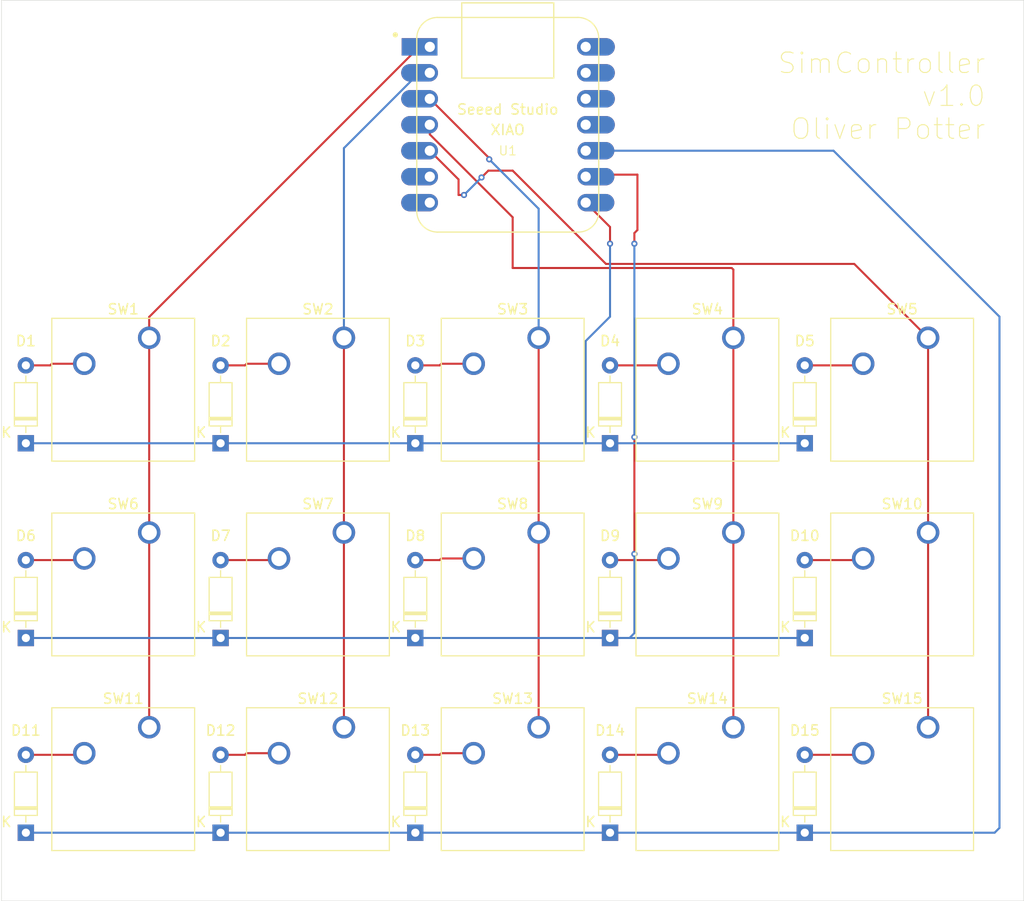
<source format=kicad_pcb>
(kicad_pcb (version 20240108) (generator "pcbnew") (generator_version "8.0")
  (title_block (title "SimController") (date "2024-10-11") (rev "1") (company "Oliver Potter"))
  (layers (0 "F.Cu" signal) (31 "B.Cu" signal) (34 "B.Paste" user) (35 "F.Paste" user) (36 "B.SilkS" user "B.Silkscreen") (37 "F.SilkS" user "F.Silkscreen") (38 "B.Mask" user) (39 "F.Mask" user) (44 "Edge.Cuts" user))
  (net 0 "")
  (net 1 "ROW0")
  (net 2 "Net-(D1-A)")
  (net 3 "Net-(D2-A)")
  (net 4 "Net-(D3-A)")
  (net 5 "Net-(D4-A)")
  (net 6 "Net-(D5-A)")
  (net 7 "ROW1")
  (net 8 "Net-(D6-A)")
  (net 9 "Net-(D7-A)")
  (net 10 "Net-(D8-A)")
  (net 11 "Net-(D9-A)")
  (net 12 "Net-(D10-A)")
  (net 13 "ROW2")
  (net 14 "Net-(D11-A)")
  (net 15 "Net-(D12-A)")
  (net 16 "Net-(D13-A)")
  (net 17 "Net-(D14-A)")
  (net 18 "COL0")
  (net 19 "COL1")
  (net 20 "COL2")
  (net 21 "COL3")
  (net 22 "GND")
  (net 26 "Net-(D15-A)")
  (net 27 "COL4")
  (footprint "Diode_THT:D_DO-35_SOD27_P7.62mm_Horizontal" (layer "F.Cu") (at 163.195 103.02875 90)
    (property "Reference" "D4" (at 10.00125 0 180) (layer "F.SilkS"))
    (property "Value" "1N4148")
    (fp_line (start 5.93 -1.12) (end 1.69 -1.12) (stroke (width 0.12)) (layer "F.SilkS"))
    (fp_line (start 2.53 -1.12) (end 2.53 1.12) (stroke (width 0.12)) (layer "F.SilkS"))
    (fp_line (start 2.41 -1.12) (end 2.41 1.12) (stroke (width 0.12)) (layer "F.SilkS"))
    (fp_line (start 2.29 -1.12) (end 2.29 1.12) (stroke (width 0.12)) (layer "F.SilkS"))
    (fp_line (start 1.69 -1.12) (end 1.69 1.12) (stroke (width 0.12)) (layer "F.SilkS"))
    (fp_line (start 6.58 0) (end 5.93 0) (stroke (width 0.12)) (layer "F.SilkS"))
    (fp_line (start 1.04 0) (end 1.69 0) (stroke (width 0.12)) (layer "F.SilkS"))
    (fp_line (start 5.93 1.12) (end 5.93 -1.12) (stroke (width 0.12)) (layer "F.SilkS"))
    (fp_line (start 1.69 1.12) (end 5.93 1.12) (stroke (width 0.12)) (layer "F.SilkS"))
    (fp_text user "K" (at 1.0575 -1.905 180) (layer "F.SilkS"))
    (pad "1" thru_hole rect (at 0 0 90) (size 1.6 1.6) (drill 0.8) (layers "*.Cu" "*.Mask") (net 1 "ROW0"))
    (pad "2" thru_hole oval (at 7.62 0 90) (size 1.6 1.6) (drill 0.8) (layers "*.Cu" "*.Mask") (net 5 "Net-(D4-A)"))
  )
  (footprint "Button_Switch_Keyboard:SW_Cherry_MX_1.00u_PCB" (layer "F.Cu") (at 194.31 111.76)
    (property "Reference" "SW10" (at -2.54 -2.794 0) (layer "F.SilkS"))
    (property "Value" "SW_Push")
    (fp_line (start -9.525 -1.905) (end 4.445 -1.905) (stroke (width 0.12)) (layer "F.SilkS"))
    (fp_line (start -9.525 12.065) (end -9.525 -1.905) (stroke (width 0.12)) (layer "F.SilkS"))
    (fp_line (start 4.445 -1.905) (end 4.445 12.065) (stroke (width 0.12)) (layer "F.SilkS"))
    (fp_line (start 4.445 12.065) (end -9.525 12.065) (stroke (width 0.12)) (layer "F.SilkS"))
    (pad "" np_thru_hole circle (at -7.62 5.08) (size 1.7 1.7) (drill 1.7) (layers "*.Cu" "*.Mask"))
    (pad "" np_thru_hole circle (at -2.54 5.08) (size 4 4) (drill 4) (layers "*.Cu" "*.Mask"))
    (pad "" np_thru_hole circle (at 2.54 5.08) (size 1.7 1.7) (drill 1.7) (layers "*.Cu" "*.Mask"))
    (pad "1" thru_hole circle (at 0 0) (size 2.2 2.2) (drill 1.5) (layers "*.Cu" "*.Mask") (net 27 "COL4"))
    (pad "2" thru_hole circle (at -6.35 2.54) (size 2.2 2.2) (drill 1.5) (layers "*.Cu" "*.Mask") (net 12 "Net-(D10-A)"))
  )
  (footprint "Button_Switch_Keyboard:SW_Cherry_MX_1.00u_PCB" (layer "F.Cu") (at 137.16 130.81)
    (property "Reference" "SW12" (at -2.54 -2.794 0) (layer "F.SilkS"))
    (property "Value" "SW_Push")
    (fp_line (start -9.525 -1.905) (end 4.445 -1.905) (stroke (width 0.12)) (layer "F.SilkS"))
    (fp_line (start -9.525 12.065) (end -9.525 -1.905) (stroke (width 0.12)) (layer "F.SilkS"))
    (fp_line (start 4.445 -1.905) (end 4.445 12.065) (stroke (width 0.12)) (layer "F.SilkS"))
    (fp_line (start 4.445 12.065) (end -9.525 12.065) (stroke (width 0.12)) (layer "F.SilkS"))
    (pad "" np_thru_hole circle (at -7.62 5.08) (size 1.7 1.7) (drill 1.7) (layers "*.Cu" "*.Mask"))
    (pad "" np_thru_hole circle (at -2.54 5.08) (size 4 4) (drill 4) (layers "*.Cu" "*.Mask"))
    (pad "" np_thru_hole circle (at 2.54 5.08) (size 1.7 1.7) (drill 1.7) (layers "*.Cu" "*.Mask"))
    (pad "1" thru_hole circle (at 0 0) (size 2.2 2.2) (drill 1.5) (layers "*.Cu" "*.Mask") (net 19 "COL1"))
    (pad "2" thru_hole circle (at -6.35 2.54) (size 2.2 2.2) (drill 1.5) (layers "*.Cu" "*.Mask") (net 15 "Net-(D12-A)"))
  )
  (footprint "Button_Switch_Keyboard:SW_Cherry_MX_1.00u_PCB" (layer "F.Cu") (at 118.11 130.81)
    (property "Reference" "SW11" (at -2.54 -2.794 0) (layer "F.SilkS"))
    (property "Value" "SW_Push")
    (fp_line (start -9.525 -1.905) (end 4.445 -1.905) (stroke (width 0.12)) (layer "F.SilkS"))
    (fp_line (start -9.525 12.065) (end -9.525 -1.905) (stroke (width 0.12)) (layer "F.SilkS"))
    (fp_line (start 4.445 -1.905) (end 4.445 12.065) (stroke (width 0.12)) (layer "F.SilkS"))
    (fp_line (start 4.445 12.065) (end -9.525 12.065) (stroke (width 0.12)) (layer "F.SilkS"))
    (pad "" np_thru_hole circle (at -7.62 5.08) (size 1.7 1.7) (drill 1.7) (layers "*.Cu" "*.Mask"))
    (pad "" np_thru_hole circle (at -2.54 5.08) (size 4 4) (drill 4) (layers "*.Cu" "*.Mask"))
    (pad "" np_thru_hole circle (at 2.54 5.08) (size 1.7 1.7) (drill 1.7) (layers "*.Cu" "*.Mask"))
    (pad "1" thru_hole circle (at 0 0) (size 2.2 2.2) (drill 1.5) (layers "*.Cu" "*.Mask") (net 18 "COL0"))
    (pad "2" thru_hole circle (at -6.35 2.54) (size 2.2 2.2) (drill 1.5) (layers "*.Cu" "*.Mask") (net 14 "Net-(D11-A)"))
  )
  (footprint "Button_Switch_Keyboard:SW_Cherry_MX_1.00u_PCB" (layer "F.Cu") (at 118.11 92.71)
    (property "Reference" "SW1" (at -2.54 -2.794 0) (layer "F.SilkS"))
    (property "Value" "SW_Push")
    (fp_line (start -9.525 -1.905) (end 4.445 -1.905) (stroke (width 0.12)) (layer "F.SilkS"))
    (fp_line (start -9.525 12.065) (end -9.525 -1.905) (stroke (width 0.12)) (layer "F.SilkS"))
    (fp_line (start 4.445 -1.905) (end 4.445 12.065) (stroke (width 0.12)) (layer "F.SilkS"))
    (fp_line (start 4.445 12.065) (end -9.525 12.065) (stroke (width 0.12)) (layer "F.SilkS"))
    (pad "" np_thru_hole circle (at -7.62 5.08) (size 1.7 1.7) (drill 1.7) (layers "*.Cu" "*.Mask"))
    (pad "" np_thru_hole circle (at -2.54 5.08) (size 4 4) (drill 4) (layers "*.Cu" "*.Mask"))
    (pad "" np_thru_hole circle (at 2.54 5.08) (size 1.7 1.7) (drill 1.7) (layers "*.Cu" "*.Mask"))
    (pad "1" thru_hole circle (at 0 0) (size 2.2 2.2) (drill 1.5) (layers "*.Cu" "*.Mask") (net 18 "COL0"))
    (pad "2" thru_hole circle (at -6.35 2.54) (size 2.2 2.2) (drill 1.5) (layers "*.Cu" "*.Mask") (net 2 "Net-(D1-A)"))
  )
  (footprint "footprints:XIAO-Generic-Hybrid-14P-2.54-21X17.8MM" (layer "F.Cu") (at 153.18875 71.87)
    (property "Reference" "U1" (at 0 2.54 0) (layer "F.SilkS") (effects (font (size 0.889 0.889) (thickness 0.1016))))
    (property "Value" "MOUDLE-SEEEDUINO-XIAO" (hide yes))
    (fp_line (start -8.9 -8.5) (end -8.9 8.5) (stroke (width 0.127)) (layer "F.SilkS"))
    (fp_line (start -6.9 10.5) (end 6.9 10.5) (stroke (width 0.127)) (layer "F.SilkS"))
    (fp_line (start -4.5 -11.92403) (end 4.5 -11.92403) (stroke (width 0.127)) (layer "F.SilkS"))
    (fp_line (start -4.5 -4.57073) (end -4.5 -11.92403) (stroke (width 0.127)) (layer "F.SilkS"))
    (fp_line (start 4.5 -11.92403) (end 4.5 -4.57073) (stroke (width 0.127)) (layer "F.SilkS"))
    (fp_line (start 4.5 -4.57073) (end -4.5 -4.57073) (stroke (width 0.127)) (layer "F.SilkS"))
    (fp_line (start 6.9 -10.49909) (end -6.9 -10.49909) (stroke (width 0.127)) (layer "F.SilkS"))
    (fp_line (start 8.9 8.5) (end 8.9 -8.5) (stroke (width 0.127)) (layer "F.SilkS"))
    (fp_arc (start -8.9 -8.5) (mid -8.301491 -9.901491) (end -6.9 -10.5) (stroke (width 0.12)) (layer "F.SilkS"))
    (fp_arc (start -6.9 10.5) (mid -8.301423 9.901423) (end -8.9 8.5) (stroke (width 0.12)) (layer "F.SilkS"))
    (fp_arc (start 6.9 -10.5) (mid 8.301494 -9.901494) (end 8.9 -8.5) (stroke (width 0.12)) (layer "F.SilkS"))
    (fp_arc (start 8.9 8.5) (mid 8.314214 9.914214) (end 6.9 10.5) (stroke (width 0.12)) (layer "F.SilkS"))
    (fp_circle (center -11 -8.8) (end -11 -9.054) (fill solid) (layer "F.SilkS"))
    (fp_poly (pts (xy -8.887715 -8.561705) (xy -8.884667 -8.610473) (xy -8.880603 -8.659494)) (stroke (width 0.0254)) (fill none) (layer "F.SilkS"))
    (fp_poly (pts (xy 8.889492 8.521574) (xy 8.887713 8.57085) (xy 8.884665 8.619618) (xy 8.880601 8.668639) (xy 8.875268 8.717407) (xy 8.868664 8.766175) (xy 8.861044 8.81469) (xy 8.852153 8.86295) (xy 8.842248 8.910955)) (stroke (width 0.0254)) (fill none) (layer "F.SilkS"))
    (fp_text user "XIAO" (at 0 0.5 0) (layer "F.SilkS"))
    (fp_text user "Seeed Studio" (at 0 -1.5 0) (layer "F.SilkS"))
    (pad "1" thru_hole rect (at -7.625 -7.62) (size 3.5 1.7) (drill 1 (offset -1 0)) (layers "*.Cu" "*.Mask") (net 18 "COL0"))
    (pad "2" thru_hole oval (at -7.625 -5.08) (size 3.6 1.7) (drill 1 (offset -1 0)) (layers "*.Cu" "*.Mask") (net 19 "COL1"))
    (pad "3" thru_hole oval (at -7.625 -2.54) (size 3.6 1.7) (drill 1 (offset -1 0)) (layers "*.Cu" "*.Mask") (net 20 "COL2"))
    (pad "4" thru_hole oval (at -7.625 0) (size 3.6 1.7) (drill 1 (offset -1 0)) (layers "*.Cu" "*.Mask") (net 21 "COL3"))
    (pad "5" thru_hole oval (at -7.625 2.54) (size 3.6 1.7) (drill 1 (offset -1 0)) (layers "*.Cu" "*.Mask") (net 27 "COL4"))
    (pad "6" thru_hole oval (at -7.625 5.08 180) (size 3.6 1.7) (drill 1 (offset 1 0)) (layers "*.Cu" "*.Mask"))
    (pad "7" thru_hole oval (at -7.625 7.62) (size 3.6 1.7) (drill 1 (offset -1 0)) (layers "*.Cu" "*.Mask"))
    (pad "8" thru_hole oval (at 7.625 7.62) (size 3.6 1.7) (drill 1 (offset 1 0)) (layers "*.Cu" "*.Mask") (net 1 "ROW0"))
    (pad "9" thru_hole oval (at 7.625 5.08) (size 3.6 1.7) (drill 1 (offset 1 0)) (layers "*.Cu" "*.Mask") (net 7 "ROW1"))
    (pad "10" thru_hole oval (at 7.625 2.54) (size 3.6 1.7) (drill 1 (offset 1 0)) (layers "*.Cu" "*.Mask") (net 13 "ROW2"))
    (pad "11" thru_hole oval (at 7.625 0) (size 3.7 1.7) (drill 1 (offset 1 0)) (layers "*.Cu" "*.Mask"))
    (pad "12" thru_hole oval (at 7.625 -2.54) (size 3.7 1.7) (drill 1 (offset 1 0)) (layers "*.Cu" "*.Mask"))
    (pad "13" thru_hole oval (at 7.625 -5.08) (size 3.7 1.7) (drill 1 (offset 1 0)) (layers "*.Cu" "*.Mask") (net 22 "GND"))
    (pad "14" thru_hole oval (at 7.625 -7.62) (size 3.7 1.7) (drill 1 (offset 1 0)) (layers "*.Cu" "*.Mask"))
  )
  (footprint "Diode_THT:D_DO-35_SOD27_P7.62mm_Horizontal" (layer "F.Cu") (at 144.145 122.07875 90)
    (property "Reference" "D8" (at 10.00125 0 180) (layer "F.SilkS"))
    (property "Value" "1N4148")
    (fp_line (start 5.93 -1.12) (end 1.69 -1.12) (stroke (width 0.12)) (layer "F.SilkS"))
    (fp_line (start 2.53 -1.12) (end 2.53 1.12) (stroke (width 0.12)) (layer "F.SilkS"))
    (fp_line (start 2.41 -1.12) (end 2.41 1.12) (stroke (width 0.12)) (layer "F.SilkS"))
    (fp_line (start 2.29 -1.12) (end 2.29 1.12) (stroke (width 0.12)) (layer "F.SilkS"))
    (fp_line (start 1.69 -1.12) (end 1.69 1.12) (stroke (width 0.12)) (layer "F.SilkS"))
    (fp_line (start 6.58 0) (end 5.93 0) (stroke (width 0.12)) (layer "F.SilkS"))
    (fp_line (start 1.04 0) (end 1.69 0) (stroke (width 0.12)) (layer "F.SilkS"))
    (fp_line (start 5.93 1.12) (end 5.93 -1.12) (stroke (width 0.12)) (layer "F.SilkS"))
    (fp_line (start 1.69 1.12) (end 5.93 1.12) (stroke (width 0.12)) (layer "F.SilkS"))
    (fp_text user "K" (at 1.0575 -1.905 180) (layer "F.SilkS"))
    (pad "1" thru_hole rect (at 0 0 90) (size 1.6 1.6) (drill 0.8) (layers "*.Cu" "*.Mask") (net 7 "ROW1"))
    (pad "2" thru_hole oval (at 7.62 0 90) (size 1.6 1.6) (drill 0.8) (layers "*.Cu" "*.Mask") (net 10 "Net-(D8-A)"))
  )
  (footprint "Diode_THT:D_DO-35_SOD27_P7.62mm_Horizontal" (layer "F.Cu") (at 182.245 122.07875 90)
    (property "Reference" "D10" (at 10.00125 0 180) (layer "F.SilkS"))
    (property "Value" "1N4148")
    (fp_line (start 5.93 -1.12) (end 1.69 -1.12) (stroke (width 0.12)) (layer "F.SilkS"))
    (fp_line (start 2.53 -1.12) (end 2.53 1.12) (stroke (width 0.12)) (layer "F.SilkS"))
    (fp_line (start 2.41 -1.12) (end 2.41 1.12) (stroke (width 0.12)) (layer "F.SilkS"))
    (fp_line (start 2.29 -1.12) (end 2.29 1.12) (stroke (width 0.12)) (layer "F.SilkS"))
    (fp_line (start 1.69 -1.12) (end 1.69 1.12) (stroke (width 0.12)) (layer "F.SilkS"))
    (fp_line (start 6.58 0) (end 5.93 0) (stroke (width 0.12)) (layer "F.SilkS"))
    (fp_line (start 1.04 0) (end 1.69 0) (stroke (width 0.12)) (layer "F.SilkS"))
    (fp_line (start 5.93 1.12) (end 5.93 -1.12) (stroke (width 0.12)) (layer "F.SilkS"))
    (fp_line (start 1.69 1.12) (end 5.93 1.12) (stroke (width 0.12)) (layer "F.SilkS"))
    (fp_text user "K" (at 1.0575 -1.905 180) (layer "F.SilkS"))
    (pad "1" thru_hole rect (at 0 0 90) (size 1.6 1.6) (drill 0.8) (layers "*.Cu" "*.Mask") (net 7 "ROW1"))
    (pad "2" thru_hole oval (at 7.62 0 90) (size 1.6 1.6) (drill 0.8) (layers "*.Cu" "*.Mask") (net 12 "Net-(D10-A)"))
  )
  (footprint "Diode_THT:D_DO-35_SOD27_P7.62mm_Horizontal" (layer "F.Cu") (at 125.095 103.02875 90)
    (property "Reference" "D2" (at 10.00125 0 180) (layer "F.SilkS"))
    (property "Value" "1N4148")
    (fp_line (start 5.93 -1.12) (end 1.69 -1.12) (stroke (width 0.12)) (layer "F.SilkS"))
    (fp_line (start 2.53 -1.12) (end 2.53 1.12) (stroke (width 0.12)) (layer "F.SilkS"))
    (fp_line (start 2.41 -1.12) (end 2.41 1.12) (stroke (width 0.12)) (layer "F.SilkS"))
    (fp_line (start 2.29 -1.12) (end 2.29 1.12) (stroke (width 0.12)) (layer "F.SilkS"))
    (fp_line (start 1.69 -1.12) (end 1.69 1.12) (stroke (width 0.12)) (layer "F.SilkS"))
    (fp_line (start 6.58 0) (end 5.93 0) (stroke (width 0.12)) (layer "F.SilkS"))
    (fp_line (start 1.04 0) (end 1.69 0) (stroke (width 0.12)) (layer "F.SilkS"))
    (fp_line (start 5.93 1.12) (end 5.93 -1.12) (stroke (width 0.12)) (layer "F.SilkS"))
    (fp_line (start 1.69 1.12) (end 5.93 1.12) (stroke (width 0.12)) (layer "F.SilkS"))
    (fp_text user "K" (at 1.0575 -1.905 180) (layer "F.SilkS"))
    (pad "1" thru_hole rect (at 0 0 90) (size 1.6 1.6) (drill 0.8) (layers "*.Cu" "*.Mask") (net 1 "ROW0"))
    (pad "2" thru_hole oval (at 7.62 0 90) (size 1.6 1.6) (drill 0.8) (layers "*.Cu" "*.Mask") (net 3 "Net-(D2-A)"))
  )
  (footprint "Button_Switch_Keyboard:SW_Cherry_MX_1.00u_PCB" (layer "F.Cu") (at 118.11 111.76)
    (property "Reference" "SW6" (at -2.54 -2.794 0) (layer "F.SilkS"))
    (property "Value" "SW_Push")
    (fp_line (start -9.525 -1.905) (end 4.445 -1.905) (stroke (width 0.12)) (layer "F.SilkS"))
    (fp_line (start -9.525 12.065) (end -9.525 -1.905) (stroke (width 0.12)) (layer "F.SilkS"))
    (fp_line (start 4.445 -1.905) (end 4.445 12.065) (stroke (width 0.12)) (layer "F.SilkS"))
    (fp_line (start 4.445 12.065) (end -9.525 12.065) (stroke (width 0.12)) (layer "F.SilkS"))
    (pad "" np_thru_hole circle (at -7.62 5.08) (size 1.7 1.7) (drill 1.7) (layers "*.Cu" "*.Mask"))
    (pad "" np_thru_hole circle (at -2.54 5.08) (size 4 4) (drill 4) (layers "*.Cu" "*.Mask"))
    (pad "" np_thru_hole circle (at 2.54 5.08) (size 1.7 1.7) (drill 1.7) (layers "*.Cu" "*.Mask"))
    (pad "1" thru_hole circle (at 0 0) (size 2.2 2.2) (drill 1.5) (layers "*.Cu" "*.Mask") (net 18 "COL0"))
    (pad "2" thru_hole circle (at -6.35 2.54) (size 2.2 2.2) (drill 1.5) (layers "*.Cu" "*.Mask") (net 8 "Net-(D6-A)"))
  )
  (footprint "Diode_THT:D_DO-35_SOD27_P7.62mm_Horizontal" (layer "F.Cu") (at 106.045 122.07875 90)
    (property "Reference" "D6" (at 10.00125 0 180) (layer "F.SilkS"))
    (property "Value" "1N4148")
    (fp_line (start 5.93 -1.12) (end 1.69 -1.12) (stroke (width 0.12)) (layer "F.SilkS"))
    (fp_line (start 2.53 -1.12) (end 2.53 1.12) (stroke (width 0.12)) (layer "F.SilkS"))
    (fp_line (start 2.41 -1.12) (end 2.41 1.12) (stroke (width 0.12)) (layer "F.SilkS"))
    (fp_line (start 2.29 -1.12) (end 2.29 1.12) (stroke (width 0.12)) (layer "F.SilkS"))
    (fp_line (start 1.69 -1.12) (end 1.69 1.12) (stroke (width 0.12)) (layer "F.SilkS"))
    (fp_line (start 6.58 0) (end 5.93 0) (stroke (width 0.12)) (layer "F.SilkS"))
    (fp_line (start 1.04 0) (end 1.69 0) (stroke (width 0.12)) (layer "F.SilkS"))
    (fp_line (start 5.93 1.12) (end 5.93 -1.12) (stroke (width 0.12)) (layer "F.SilkS"))
    (fp_line (start 1.69 1.12) (end 5.93 1.12) (stroke (width 0.12)) (layer "F.SilkS"))
    (fp_text user "K" (at 1.0575 -1.905 180) (layer "F.SilkS"))
    (pad "1" thru_hole rect (at 0 0 90) (size 1.6 1.6) (drill 0.8) (layers "*.Cu" "*.Mask") (net 7 "ROW1"))
    (pad "2" thru_hole oval (at 7.62 0 90) (size 1.6 1.6) (drill 0.8) (layers "*.Cu" "*.Mask") (net 8 "Net-(D6-A)"))
  )
  (footprint "Button_Switch_Keyboard:SW_Cherry_MX_1.00u_PCB" (layer "F.Cu") (at 137.16 92.71)
    (property "Reference" "SW2" (at -2.54 -2.794 0) (layer "F.SilkS"))
    (property "Value" "SW_Push")
    (fp_line (start -9.525 -1.905) (end 4.445 -1.905) (stroke (width 0.12)) (layer "F.SilkS"))
    (fp_line (start -9.525 12.065) (end -9.525 -1.905) (stroke (width 0.12)) (layer "F.SilkS"))
    (fp_line (start 4.445 -1.905) (end 4.445 12.065) (stroke (width 0.12)) (layer "F.SilkS"))
    (fp_line (start 4.445 12.065) (end -9.525 12.065) (stroke (width 0.12)) (layer "F.SilkS"))
    (pad "" np_thru_hole circle (at -7.62 5.08) (size 1.7 1.7) (drill 1.7) (layers "*.Cu" "*.Mask"))
    (pad "" np_thru_hole circle (at -2.54 5.08) (size 4 4) (drill 4) (layers "*.Cu" "*.Mask"))
    (pad "" np_thru_hole circle (at 2.54 5.08) (size 1.7 1.7) (drill 1.7) (layers "*.Cu" "*.Mask"))
    (pad "1" thru_hole circle (at 0 0) (size 2.2 2.2) (drill 1.5) (layers "*.Cu" "*.Mask") (net 19 "COL1"))
    (pad "2" thru_hole circle (at -6.35 2.54) (size 2.2 2.2) (drill 1.5) (layers "*.Cu" "*.Mask") (net 3 "Net-(D2-A)"))
  )
  (footprint "Diode_THT:D_DO-35_SOD27_P7.62mm_Horizontal" (layer "F.Cu") (at 144.145 103.02875 90)
    (property "Reference" "D3" (at 10.00125 0 180) (layer "F.SilkS"))
    (property "Value" "1N4148")
    (fp_line (start 5.93 -1.12) (end 1.69 -1.12) (stroke (width 0.12)) (layer "F.SilkS"))
    (fp_line (start 2.53 -1.12) (end 2.53 1.12) (stroke (width 0.12)) (layer "F.SilkS"))
    (fp_line (start 2.41 -1.12) (end 2.41 1.12) (stroke (width 0.12)) (layer "F.SilkS"))
    (fp_line (start 2.29 -1.12) (end 2.29 1.12) (stroke (width 0.12)) (layer "F.SilkS"))
    (fp_line (start 1.69 -1.12) (end 1.69 1.12) (stroke (width 0.12)) (layer "F.SilkS"))
    (fp_line (start 6.58 0) (end 5.93 0) (stroke (width 0.12)) (layer "F.SilkS"))
    (fp_line (start 1.04 0) (end 1.69 0) (stroke (width 0.12)) (layer "F.SilkS"))
    (fp_line (start 5.93 1.12) (end 5.93 -1.12) (stroke (width 0.12)) (layer "F.SilkS"))
    (fp_line (start 1.69 1.12) (end 5.93 1.12) (stroke (width 0.12)) (layer "F.SilkS"))
    (fp_text user "K" (at 1.0575 -1.905 180) (layer "F.SilkS"))
    (pad "1" thru_hole rect (at 0 0 90) (size 1.6 1.6) (drill 0.8) (layers "*.Cu" "*.Mask") (net 1 "ROW0"))
    (pad "2" thru_hole oval (at 7.62 0 90) (size 1.6 1.6) (drill 0.8) (layers "*.Cu" "*.Mask") (net 4 "Net-(D3-A)"))
  )
  (footprint "Button_Switch_Keyboard:SW_Cherry_MX_1.00u_PCB" (layer "F.Cu") (at 194.31 92.71)
    (property "Reference" "SW5" (at -2.54 -2.794 0) (layer "F.SilkS"))
    (property "Value" "SW_Push")
    (fp_line (start -9.525 -1.905) (end 4.445 -1.905) (stroke (width 0.12)) (layer "F.SilkS"))
    (fp_line (start -9.525 12.065) (end -9.525 -1.905) (stroke (width 0.12)) (layer "F.SilkS"))
    (fp_line (start 4.445 -1.905) (end 4.445 12.065) (stroke (width 0.12)) (layer "F.SilkS"))
    (fp_line (start 4.445 12.065) (end -9.525 12.065) (stroke (width 0.12)) (layer "F.SilkS"))
    (pad "" np_thru_hole circle (at -7.62 5.08) (size 1.7 1.7) (drill 1.7) (layers "*.Cu" "*.Mask"))
    (pad "" np_thru_hole circle (at -2.54 5.08) (size 4 4) (drill 4) (layers "*.Cu" "*.Mask"))
    (pad "" np_thru_hole circle (at 2.54 5.08) (size 1.7 1.7) (drill 1.7) (layers "*.Cu" "*.Mask"))
    (pad "1" thru_hole circle (at 0 0) (size 2.2 2.2) (drill 1.5) (layers "*.Cu" "*.Mask") (net 27 "COL4"))
    (pad "2" thru_hole circle (at -6.35 2.54) (size 2.2 2.2) (drill 1.5) (layers "*.Cu" "*.Mask") (net 6 "Net-(D5-A)"))
  )
  (footprint "Button_Switch_Keyboard:SW_Cherry_MX_1.00u_PCB" (layer "F.Cu") (at 175.26 111.76)
    (property "Reference" "SW9" (at -2.54 -2.794 0) (layer "F.SilkS"))
    (property "Value" "SW_Push")
    (fp_line (start -9.525 -1.905) (end 4.445 -1.905) (stroke (width 0.12)) (layer "F.SilkS"))
    (fp_line (start -9.525 12.065) (end -9.525 -1.905) (stroke (width 0.12)) (layer "F.SilkS"))
    (fp_line (start 4.445 -1.905) (end 4.445 12.065) (stroke (width 0.12)) (layer "F.SilkS"))
    (fp_line (start 4.445 12.065) (end -9.525 12.065) (stroke (width 0.12)) (layer "F.SilkS"))
    (pad "" np_thru_hole circle (at -7.62 5.08) (size 1.7 1.7) (drill 1.7) (layers "*.Cu" "*.Mask"))
    (pad "" np_thru_hole circle (at -2.54 5.08) (size 4 4) (drill 4) (layers "*.Cu" "*.Mask"))
    (pad "" np_thru_hole circle (at 2.54 5.08) (size 1.7 1.7) (drill 1.7) (layers "*.Cu" "*.Mask"))
    (pad "1" thru_hole circle (at 0 0) (size 2.2 2.2) (drill 1.5) (layers "*.Cu" "*.Mask") (net 21 "COL3"))
    (pad "2" thru_hole circle (at -6.35 2.54) (size 2.2 2.2) (drill 1.5) (layers "*.Cu" "*.Mask") (net 11 "Net-(D9-A)"))
  )
  (footprint "Button_Switch_Keyboard:SW_Cherry_MX_1.00u_PCB" (layer "F.Cu") (at 137.16 111.76)
    (property "Reference" "SW7" (at -2.54 -2.794 0) (layer "F.SilkS"))
    (property "Value" "SW_Push")
    (fp_line (start -9.525 -1.905) (end 4.445 -1.905) (stroke (width 0.12)) (layer "F.SilkS"))
    (fp_line (start -9.525 12.065) (end -9.525 -1.905) (stroke (width 0.12)) (layer "F.SilkS"))
    (fp_line (start 4.445 -1.905) (end 4.445 12.065) (stroke (width 0.12)) (layer "F.SilkS"))
    (fp_line (start 4.445 12.065) (end -9.525 12.065) (stroke (width 0.12)) (layer "F.SilkS"))
    (pad "" np_thru_hole circle (at -7.62 5.08) (size 1.7 1.7) (drill 1.7) (layers "*.Cu" "*.Mask"))
    (pad "" np_thru_hole circle (at -2.54 5.08) (size 4 4) (drill 4) (layers "*.Cu" "*.Mask"))
    (pad "" np_thru_hole circle (at 2.54 5.08) (size 1.7 1.7) (drill 1.7) (layers "*.Cu" "*.Mask"))
    (pad "1" thru_hole circle (at 0 0) (size 2.2 2.2) (drill 1.5) (layers "*.Cu" "*.Mask") (net 19 "COL1"))
    (pad "2" thru_hole circle (at -6.35 2.54) (size 2.2 2.2) (drill 1.5) (layers "*.Cu" "*.Mask") (net 9 "Net-(D7-A)"))
  )
  (footprint "Button_Switch_Keyboard:SW_Cherry_MX_1.00u_PCB" (layer "F.Cu") (at 194.31 130.81)
    (property "Reference" "SW15" (at -2.54 -2.794 0) (layer "F.SilkS"))
    (property "Value" "SW_Push")
    (fp_line (start -9.525 -1.905) (end 4.445 -1.905) (stroke (width 0.12)) (layer "F.SilkS"))
    (fp_line (start -9.525 12.065) (end -9.525 -1.905) (stroke (width 0.12)) (layer "F.SilkS"))
    (fp_line (start 4.445 -1.905) (end 4.445 12.065) (stroke (width 0.12)) (layer "F.SilkS"))
    (fp_line (start 4.445 12.065) (end -9.525 12.065) (stroke (width 0.12)) (layer "F.SilkS"))
    (pad "" np_thru_hole circle (at -7.62 5.08) (size 1.7 1.7) (drill 1.7) (layers "*.Cu" "*.Mask"))
    (pad "" np_thru_hole circle (at -2.54 5.08) (size 4 4) (drill 4) (layers "*.Cu" "*.Mask"))
    (pad "" np_thru_hole circle (at 2.54 5.08) (size 1.7 1.7) (drill 1.7) (layers "*.Cu" "*.Mask"))
    (pad "1" thru_hole circle (at 0 0) (size 2.2 2.2) (drill 1.5) (layers "*.Cu" "*.Mask") (net 27 "COL4"))
    (pad "2" thru_hole circle (at -6.35 2.54) (size 2.2 2.2) (drill 1.5) (layers "*.Cu" "*.Mask") (net 26 "Net-(D15-A)"))
  )
  (footprint "Button_Switch_Keyboard:SW_Cherry_MX_1.00u_PCB" (layer "F.Cu") (at 156.21 111.76)
    (property "Reference" "SW8" (at -2.54 -2.794 0) (layer "F.SilkS"))
    (property "Value" "SW_Push")
    (fp_line (start -9.525 -1.905) (end 4.445 -1.905) (stroke (width 0.12)) (layer "F.SilkS"))
    (fp_line (start -9.525 12.065) (end -9.525 -1.905) (stroke (width 0.12)) (layer "F.SilkS"))
    (fp_line (start 4.445 -1.905) (end 4.445 12.065) (stroke (width 0.12)) (layer "F.SilkS"))
    (fp_line (start 4.445 12.065) (end -9.525 12.065) (stroke (width 0.12)) (layer "F.SilkS"))
    (pad "" np_thru_hole circle (at -7.62 5.08) (size 1.7 1.7) (drill 1.7) (layers "*.Cu" "*.Mask"))
    (pad "" np_thru_hole circle (at -2.54 5.08) (size 4 4) (drill 4) (layers "*.Cu" "*.Mask"))
    (pad "" np_thru_hole circle (at 2.54 5.08) (size 1.7 1.7) (drill 1.7) (layers "*.Cu" "*.Mask"))
    (pad "1" thru_hole circle (at 0 0) (size 2.2 2.2) (drill 1.5) (layers "*.Cu" "*.Mask") (net 20 "COL2"))
    (pad "2" thru_hole circle (at -6.35 2.54) (size 2.2 2.2) (drill 1.5) (layers "*.Cu" "*.Mask") (net 10 "Net-(D8-A)"))
  )
  (footprint "Button_Switch_Keyboard:SW_Cherry_MX_1.00u_PCB" (layer "F.Cu") (at 175.26 130.81)
    (property "Reference" "SW14" (at -2.54 -2.794 0) (layer "F.SilkS"))
    (property "Value" "SW_Push")
    (fp_line (start -9.525 -1.905) (end 4.445 -1.905) (stroke (width 0.12)) (layer "F.SilkS"))
    (fp_line (start -9.525 12.065) (end -9.525 -1.905) (stroke (width 0.12)) (layer "F.SilkS"))
    (fp_line (start 4.445 -1.905) (end 4.445 12.065) (stroke (width 0.12)) (layer "F.SilkS"))
    (fp_line (start 4.445 12.065) (end -9.525 12.065) (stroke (width 0.12)) (layer "F.SilkS"))
    (pad "" np_thru_hole circle (at -7.62 5.08) (size 1.7 1.7) (drill 1.7) (layers "*.Cu" "*.Mask"))
    (pad "" np_thru_hole circle (at -2.54 5.08) (size 4 4) (drill 4) (layers "*.Cu" "*.Mask"))
    (pad "" np_thru_hole circle (at 2.54 5.08) (size 1.7 1.7) (drill 1.7) (layers "*.Cu" "*.Mask"))
    (pad "1" thru_hole circle (at 0 0) (size 2.2 2.2) (drill 1.5) (layers "*.Cu" "*.Mask") (net 21 "COL3"))
    (pad "2" thru_hole circle (at -6.35 2.54) (size 2.2 2.2) (drill 1.5) (layers "*.Cu" "*.Mask") (net 17 "Net-(D14-A)"))
  )
  (footprint "Button_Switch_Keyboard:SW_Cherry_MX_1.00u_PCB" (layer "F.Cu") (at 156.21 92.71)
    (property "Reference" "SW3" (at -2.54 -2.794 0) (layer "F.SilkS"))
    (property "Value" "SW_Push")
    (fp_line (start -9.525 -1.905) (end 4.445 -1.905) (stroke (width 0.12)) (layer "F.SilkS"))
    (fp_line (start -9.525 12.065) (end -9.525 -1.905) (stroke (width 0.12)) (layer "F.SilkS"))
    (fp_line (start 4.445 -1.905) (end 4.445 12.065) (stroke (width 0.12)) (layer "F.SilkS"))
    (fp_line (start 4.445 12.065) (end -9.525 12.065) (stroke (width 0.12)) (layer "F.SilkS"))
    (pad "" np_thru_hole circle (at -7.62 5.08) (size 1.7 1.7) (drill 1.7) (layers "*.Cu" "*.Mask"))
    (pad "" np_thru_hole circle (at -2.54 5.08) (size 4 4) (drill 4) (layers "*.Cu" "*.Mask"))
    (pad "" np_thru_hole circle (at 2.54 5.08) (size 1.7 1.7) (drill 1.7) (layers "*.Cu" "*.Mask"))
    (pad "1" thru_hole circle (at 0 0) (size 2.2 2.2) (drill 1.5) (layers "*.Cu" "*.Mask") (net 20 "COL2"))
    (pad "2" thru_hole circle (at -6.35 2.54) (size 2.2 2.2) (drill 1.5) (layers "*.Cu" "*.Mask") (net 4 "Net-(D3-A)"))
  )
  (footprint "Button_Switch_Keyboard:SW_Cherry_MX_1.00u_PCB" (layer "F.Cu") (at 175.26 92.71)
    (property "Reference" "SW4" (at -2.54 -2.794 0) (layer "F.SilkS"))
    (property "Value" "SW_Push")
    (fp_line (start -9.525 -1.905) (end 4.445 -1.905) (stroke (width 0.12)) (layer "F.SilkS"))
    (fp_line (start -9.525 12.065) (end -9.525 -1.905) (stroke (width 0.12)) (layer "F.SilkS"))
    (fp_line (start 4.445 -1.905) (end 4.445 12.065) (stroke (width 0.12)) (layer "F.SilkS"))
    (fp_line (start 4.445 12.065) (end -9.525 12.065) (stroke (width 0.12)) (layer "F.SilkS"))
    (pad "" np_thru_hole circle (at -7.62 5.08) (size 1.7 1.7) (drill 1.7) (layers "*.Cu" "*.Mask"))
    (pad "" np_thru_hole circle (at -2.54 5.08) (size 4 4) (drill 4) (layers "*.Cu" "*.Mask"))
    (pad "" np_thru_hole circle (at 2.54 5.08) (size 1.7 1.7) (drill 1.7) (layers "*.Cu" "*.Mask"))
    (pad "1" thru_hole circle (at 0 0) (size 2.2 2.2) (drill 1.5) (layers "*.Cu" "*.Mask") (net 21 "COL3"))
    (pad "2" thru_hole circle (at -6.35 2.54) (size 2.2 2.2) (drill 1.5) (layers "*.Cu" "*.Mask") (net 5 "Net-(D4-A)"))
  )
  (footprint "Diode_THT:D_DO-35_SOD27_P7.62mm_Horizontal" (layer "F.Cu") (at 106.045 103.02875 90)
    (property "Reference" "D1" (at 10.00125 0 180) (layer "F.SilkS"))
    (property "Value" "1N4148")
    (fp_line (start 5.93 -1.12) (end 1.69 -1.12) (stroke (width 0.12)) (layer "F.SilkS"))
    (fp_line (start 2.53 -1.12) (end 2.53 1.12) (stroke (width 0.12)) (layer "F.SilkS"))
    (fp_line (start 2.41 -1.12) (end 2.41 1.12) (stroke (width 0.12)) (layer "F.SilkS"))
    (fp_line (start 2.29 -1.12) (end 2.29 1.12) (stroke (width 0.12)) (layer "F.SilkS"))
    (fp_line (start 1.69 -1.12) (end 1.69 1.12) (stroke (width 0.12)) (layer "F.SilkS"))
    (fp_line (start 6.58 0) (end 5.93 0) (stroke (width 0.12)) (layer "F.SilkS"))
    (fp_line (start 1.04 0) (end 1.69 0) (stroke (width 0.12)) (layer "F.SilkS"))
    (fp_line (start 5.93 1.12) (end 5.93 -1.12) (stroke (width 0.12)) (layer "F.SilkS"))
    (fp_line (start 1.69 1.12) (end 5.93 1.12) (stroke (width 0.12)) (layer "F.SilkS"))
    (fp_text user "K" (at 1.0575 -1.905 180) (layer "F.SilkS"))
    (pad "1" thru_hole rect (at 0 0 90) (size 1.6 1.6) (drill 0.8) (layers "*.Cu" "*.Mask") (net 1 "ROW0"))
    (pad "2" thru_hole oval (at 7.62 0 90) (size 1.6 1.6) (drill 0.8) (layers "*.Cu" "*.Mask") (net 2 "Net-(D1-A)"))
  )
  (footprint "Button_Switch_Keyboard:SW_Cherry_MX_1.00u_PCB" (layer "F.Cu") (at 156.21 130.81)
    (property "Reference" "SW13" (at -2.54 -2.794 0) (layer "F.SilkS"))
    (property "Value" "SW_Push")
    (fp_line (start -9.525 -1.905) (end 4.445 -1.905) (stroke (width 0.12)) (layer "F.SilkS"))
    (fp_line (start -9.525 12.065) (end -9.525 -1.905) (stroke (width 0.12)) (layer "F.SilkS"))
    (fp_line (start 4.445 -1.905) (end 4.445 12.065) (stroke (width 0.12)) (layer "F.SilkS"))
    (fp_line (start 4.445 12.065) (end -9.525 12.065) (stroke (width 0.12)) (layer "F.SilkS"))
    (pad "" np_thru_hole circle (at -7.62 5.08) (size 1.7 1.7) (drill 1.7) (layers "*.Cu" "*.Mask"))
    (pad "" np_thru_hole circle (at -2.54 5.08) (size 4 4) (drill 4) (layers "*.Cu" "*.Mask"))
    (pad "" np_thru_hole circle (at 2.54 5.08) (size 1.7 1.7) (drill 1.7) (layers "*.Cu" "*.Mask"))
    (pad "1" thru_hole circle (at 0 0) (size 2.2 2.2) (drill 1.5) (layers "*.Cu" "*.Mask") (net 20 "COL2"))
    (pad "2" thru_hole circle (at -6.35 2.54) (size 2.2 2.2) (drill 1.5) (layers "*.Cu" "*.Mask") (net 16 "Net-(D13-A)"))
  )
  (footprint "Diode_THT:D_DO-35_SOD27_P7.62mm_Horizontal" (layer "F.Cu") (at 163.195 122.07875 90)
    (property "Reference" "D9" (at 10.00125 0 180) (layer "F.SilkS"))
    (property "Value" "1N4148")
    (fp_line (start 5.93 -1.12) (end 1.69 -1.12) (stroke (width 0.12)) (layer "F.SilkS"))
    (fp_line (start 2.53 -1.12) (end 2.53 1.12) (stroke (width 0.12)) (layer "F.SilkS"))
    (fp_line (start 2.41 -1.12) (end 2.41 1.12) (stroke (width 0.12)) (layer "F.SilkS"))
    (fp_line (start 2.29 -1.12) (end 2.29 1.12) (stroke (width 0.12)) (layer "F.SilkS"))
    (fp_line (start 1.69 -1.12) (end 1.69 1.12) (stroke (width 0.12)) (layer "F.SilkS"))
    (fp_line (start 6.58 0) (end 5.93 0) (stroke (width 0.12)) (layer "F.SilkS"))
    (fp_line (start 1.04 0) (end 1.69 0) (stroke (width 0.12)) (layer "F.SilkS"))
    (fp_line (start 5.93 1.12) (end 5.93 -1.12) (stroke (width 0.12)) (layer "F.SilkS"))
    (fp_line (start 1.69 1.12) (end 5.93 1.12) (stroke (width 0.12)) (layer "F.SilkS"))
    (fp_text user "K" (at 1.0575 -1.905 180) (layer "F.SilkS"))
    (pad "1" thru_hole rect (at 0 0 90) (size 1.6 1.6) (drill 0.8) (layers "*.Cu" "*.Mask") (net 7 "ROW1"))
    (pad "2" thru_hole oval (at 7.62 0 90) (size 1.6 1.6) (drill 0.8) (layers "*.Cu" "*.Mask") (net 11 "Net-(D9-A)"))
  )
  (footprint "Diode_THT:D_DO-35_SOD27_P7.62mm_Horizontal" (layer "F.Cu") (at 125.095 122.07875 90)
    (property "Reference" "D7" (at 10.00125 0 180) (layer "F.SilkS"))
    (property "Value" "1N4148")
    (fp_line (start 5.93 -1.12) (end 1.69 -1.12) (stroke (width 0.12)) (layer "F.SilkS"))
    (fp_line (start 2.53 -1.12) (end 2.53 1.12) (stroke (width 0.12)) (layer "F.SilkS"))
    (fp_line (start 2.41 -1.12) (end 2.41 1.12) (stroke (width 0.12)) (layer "F.SilkS"))
    (fp_line (start 2.29 -1.12) (end 2.29 1.12) (stroke (width 0.12)) (layer "F.SilkS"))
    (fp_line (start 1.69 -1.12) (end 1.69 1.12) (stroke (width 0.12)) (layer "F.SilkS"))
    (fp_line (start 6.58 0) (end 5.93 0) (stroke (width 0.12)) (layer "F.SilkS"))
    (fp_line (start 1.04 0) (end 1.69 0) (stroke (width 0.12)) (layer "F.SilkS"))
    (fp_line (start 5.93 1.12) (end 5.93 -1.12) (stroke (width 0.12)) (layer "F.SilkS"))
    (fp_line (start 1.69 1.12) (end 5.93 1.12) (stroke (width 0.12)) (layer "F.SilkS"))
    (fp_text user "K" (at 1.0575 -1.905 180) (layer "F.SilkS"))
    (pad "1" thru_hole rect (at 0 0 90) (size 1.6 1.6) (drill 0.8) (layers "*.Cu" "*.Mask") (net 7 "ROW1"))
    (pad "2" thru_hole oval (at 7.62 0 90) (size 1.6 1.6) (drill 0.8) (layers "*.Cu" "*.Mask") (net 9 "Net-(D7-A)"))
  )
  (footprint "Diode_THT:D_DO-35_SOD27_P7.62mm_Horizontal" (layer "F.Cu") (at 182.245 141.12875 90)
    (property "Reference" "D15" (at 10.00125 0 180) (layer "F.SilkS"))
    (property "Value" "1N4148")
    (fp_line (start 5.93 -1.12) (end 1.69 -1.12) (stroke (width 0.12)) (layer "F.SilkS"))
    (fp_line (start 2.53 -1.12) (end 2.53 1.12) (stroke (width 0.12)) (layer "F.SilkS"))
    (fp_line (start 2.41 -1.12) (end 2.41 1.12) (stroke (width 0.12)) (layer "F.SilkS"))
    (fp_line (start 2.29 -1.12) (end 2.29 1.12) (stroke (width 0.12)) (layer "F.SilkS"))
    (fp_line (start 1.69 -1.12) (end 1.69 1.12) (stroke (width 0.12)) (layer "F.SilkS"))
    (fp_line (start 6.58 0) (end 5.93 0) (stroke (width 0.12)) (layer "F.SilkS"))
    (fp_line (start 1.04 0) (end 1.69 0) (stroke (width 0.12)) (layer "F.SilkS"))
    (fp_line (start 5.93 1.12) (end 5.93 -1.12) (stroke (width 0.12)) (layer "F.SilkS"))
    (fp_line (start 1.69 1.12) (end 5.93 1.12) (stroke (width 0.12)) (layer "F.SilkS"))
    (fp_text user "K" (at 1.0575 -1.905 180) (layer "F.SilkS"))
    (pad "1" thru_hole rect (at 0 0 90) (size 1.6 1.6) (drill 0.8) (layers "*.Cu" "*.Mask") (net 13 "ROW2"))
    (pad "2" thru_hole oval (at 7.62 0 90) (size 1.6 1.6) (drill 0.8) (layers "*.Cu" "*.Mask") (net 26 "Net-(D15-A)"))
  )
  (footprint "Diode_THT:D_DO-35_SOD27_P7.62mm_Horizontal" (layer "F.Cu") (at 144.145 141.12875 90)
    (property "Reference" "D13" (at 10.00125 0 180) (layer "F.SilkS"))
    (property "Value" "1N4148")
    (fp_line (start 5.93 -1.12) (end 1.69 -1.12) (stroke (width 0.12)) (layer "F.SilkS"))
    (fp_line (start 2.53 -1.12) (end 2.53 1.12) (stroke (width 0.12)) (layer "F.SilkS"))
    (fp_line (start 2.41 -1.12) (end 2.41 1.12) (stroke (width 0.12)) (layer "F.SilkS"))
    (fp_line (start 2.29 -1.12) (end 2.29 1.12) (stroke (width 0.12)) (layer "F.SilkS"))
    (fp_line (start 1.69 -1.12) (end 1.69 1.12) (stroke (width 0.12)) (layer "F.SilkS"))
    (fp_line (start 6.58 0) (end 5.93 0) (stroke (width 0.12)) (layer "F.SilkS"))
    (fp_line (start 1.04 0) (end 1.69 0) (stroke (width 0.12)) (layer "F.SilkS"))
    (fp_line (start 5.93 1.12) (end 5.93 -1.12) (stroke (width 0.12)) (layer "F.SilkS"))
    (fp_line (start 1.69 1.12) (end 5.93 1.12) (stroke (width 0.12)) (layer "F.SilkS"))
    (fp_text user "K" (at 1.0575 -1.905 180) (layer "F.SilkS"))
    (pad "1" thru_hole rect (at 0 0 90) (size 1.6 1.6) (drill 0.8) (layers "*.Cu" "*.Mask") (net 13 "ROW2"))
    (pad "2" thru_hole oval (at 7.62 0 90) (size 1.6 1.6) (drill 0.8) (layers "*.Cu" "*.Mask") (net 16 "Net-(D13-A)"))
  )
  (footprint "Diode_THT:D_DO-35_SOD27_P7.62mm_Horizontal" (layer "F.Cu") (at 106.045 141.12875 90)
    (property "Reference" "D11" (at 10.00125 0 180) (layer "F.SilkS"))
    (property "Value" "1N4148")
    (fp_line (start 5.93 -1.12) (end 1.69 -1.12) (stroke (width 0.12)) (layer "F.SilkS"))
    (fp_line (start 2.53 -1.12) (end 2.53 1.12) (stroke (width 0.12)) (layer "F.SilkS"))
    (fp_line (start 2.41 -1.12) (end 2.41 1.12) (stroke (width 0.12)) (layer "F.SilkS"))
    (fp_line (start 2.29 -1.12) (end 2.29 1.12) (stroke (width 0.12)) (layer "F.SilkS"))
    (fp_line (start 1.69 -1.12) (end 1.69 1.12) (stroke (width 0.12)) (layer "F.SilkS"))
    (fp_line (start 6.58 0) (end 5.93 0) (stroke (width 0.12)) (layer "F.SilkS"))
    (fp_line (start 1.04 0) (end 1.69 0) (stroke (width 0.12)) (layer "F.SilkS"))
    (fp_line (start 5.93 1.12) (end 5.93 -1.12) (stroke (width 0.12)) (layer "F.SilkS"))
    (fp_line (start 1.69 1.12) (end 5.93 1.12) (stroke (width 0.12)) (layer "F.SilkS"))
    (fp_text user "K" (at 1.0575 -1.905 180) (layer "F.SilkS"))
    (pad "1" thru_hole rect (at 0 0 90) (size 1.6 1.6) (drill 0.8) (layers "*.Cu" "*.Mask") (net 13 "ROW2"))
    (pad "2" thru_hole oval (at 7.62 0 90) (size 1.6 1.6) (drill 0.8) (layers "*.Cu" "*.Mask") (net 14 "Net-(D11-A)"))
  )
  (footprint "Diode_THT:D_DO-35_SOD27_P7.62mm_Horizontal" (layer "F.Cu") (at 125.095 141.12875 90)
    (property "Reference" "D12" (at 10.00125 0 180) (layer "F.SilkS"))
    (property "Value" "1N4148")
    (fp_line (start 5.93 -1.12) (end 1.69 -1.12) (stroke (width 0.12)) (layer "F.SilkS"))
    (fp_line (start 2.53 -1.12) (end 2.53 1.12) (stroke (width 0.12)) (layer "F.SilkS"))
    (fp_line (start 2.41 -1.12) (end 2.41 1.12) (stroke (width 0.12)) (layer "F.SilkS"))
    (fp_line (start 2.29 -1.12) (end 2.29 1.12) (stroke (width 0.12)) (layer "F.SilkS"))
    (fp_line (start 1.69 -1.12) (end 1.69 1.12) (stroke (width 0.12)) (layer "F.SilkS"))
    (fp_line (start 6.58 0) (end 5.93 0) (stroke (width 0.12)) (layer "F.SilkS"))
    (fp_line (start 1.04 0) (end 1.69 0) (stroke (width 0.12)) (layer "F.SilkS"))
    (fp_line (start 5.93 1.12) (end 5.93 -1.12) (stroke (width 0.12)) (layer "F.SilkS"))
    (fp_line (start 1.69 1.12) (end 5.93 1.12) (stroke (width 0.12)) (layer "F.SilkS"))
    (fp_text user "K" (at 1.0575 -1.905 180) (layer "F.SilkS"))
    (pad "1" thru_hole rect (at 0 0 90) (size 1.6 1.6) (drill 0.8) (layers "*.Cu" "*.Mask") (net 13 "ROW2"))
    (pad "2" thru_hole oval (at 7.62 0 90) (size 1.6 1.6) (drill 0.8) (layers "*.Cu" "*.Mask") (net 15 "Net-(D12-A)"))
  )
  (footprint "Diode_THT:D_DO-35_SOD27_P7.62mm_Horizontal" (layer "F.Cu") (at 163.195 141.12875 90)
    (property "Reference" "D14" (at 10.00125 0 180) (layer "F.SilkS"))
    (property "Value" "1N4148")
    (fp_line (start 5.93 -1.12) (end 1.69 -1.12) (stroke (width 0.12)) (layer "F.SilkS"))
    (fp_line (start 2.53 -1.12) (end 2.53 1.12) (stroke (width 0.12)) (layer "F.SilkS"))
    (fp_line (start 2.41 -1.12) (end 2.41 1.12) (stroke (width 0.12)) (layer "F.SilkS"))
    (fp_line (start 2.29 -1.12) (end 2.29 1.12) (stroke (width 0.12)) (layer "F.SilkS"))
    (fp_line (start 1.69 -1.12) (end 1.69 1.12) (stroke (width 0.12)) (layer "F.SilkS"))
    (fp_line (start 6.58 0) (end 5.93 0) (stroke (width 0.12)) (layer "F.SilkS"))
    (fp_line (start 1.04 0) (end 1.69 0) (stroke (width 0.12)) (layer "F.SilkS"))
    (fp_line (start 5.93 1.12) (end 5.93 -1.12) (stroke (width 0.12)) (layer "F.SilkS"))
    (fp_line (start 1.69 1.12) (end 5.93 1.12) (stroke (width 0.12)) (layer "F.SilkS"))
    (fp_text user "K" (at 1.0575 -1.905 180) (layer "F.SilkS"))
    (pad "1" thru_hole rect (at 0 0 90) (size 1.6 1.6) (drill 0.8) (layers "*.Cu" "*.Mask") (net 13 "ROW2"))
    (pad "2" thru_hole oval (at 7.62 0 90) (size 1.6 1.6) (drill 0.8) (layers "*.Cu" "*.Mask") (net 17 "Net-(D14-A)"))
  )
  (footprint "Diode_THT:D_DO-35_SOD27_P7.62mm_Horizontal" (layer "F.Cu") (at 182.245 103.02875 90)
    (property "Reference" "D5" (at 10.00125 0 180) (layer "F.SilkS"))
    (property "Value" "1N4148")
    (fp_line (start 5.93 -1.12) (end 1.69 -1.12) (stroke (width 0.12)) (layer "F.SilkS"))
    (fp_line (start 2.53 -1.12) (end 2.53 1.12) (stroke (width 0.12)) (layer "F.SilkS"))
    (fp_line (start 2.41 -1.12) (end 2.41 1.12) (stroke (width 0.12)) (layer "F.SilkS"))
    (fp_line (start 2.29 -1.12) (end 2.29 1.12) (stroke (width 0.12)) (layer "F.SilkS"))
    (fp_line (start 1.69 -1.12) (end 1.69 1.12) (stroke (width 0.12)) (layer "F.SilkS"))
    (fp_line (start 6.58 0) (end 5.93 0) (stroke (width 0.12)) (layer "F.SilkS"))
    (fp_line (start 1.04 0) (end 1.69 0) (stroke (width 0.12)) (layer "F.SilkS"))
    (fp_line (start 5.93 1.12) (end 5.93 -1.12) (stroke (width 0.12)) (layer "F.SilkS"))
    (fp_line (start 1.69 1.12) (end 5.93 1.12) (stroke (width 0.12)) (layer "F.SilkS"))
    (fp_text user "K" (at 1.0575 -1.905 180) (layer "F.SilkS"))
    (pad "1" thru_hole rect (at 0 0 90) (size 1.6 1.6) (drill 0.8) (layers "*.Cu" "*.Mask") (net 1 "ROW0"))
    (pad "2" thru_hole oval (at 7.62 0 90) (size 1.6 1.6) (drill 0.8) (layers "*.Cu" "*.Mask") (net 6 "Net-(D5-A)"))
  )
  (gr_rect (start 103.66375 59.69) (end 203.67625 147.79625) (stroke (width 0.05)) (fill none) (layer "Edge.Cuts"))
  (gr_text "SimController\nv1.0\nOliver Potter" (at 200.025 69.05625 0) (layer "F.SilkS") (effects (font (size 2 2) (thickness 0.1)) (justify right)))
  (segment (start 163.195 81.87125) (end 160.81375 79.49) (width 0.2) (layer "F.Cu") (net 1))
  (segment (start 163.195 83.5025) (end 163.195 81.87125) (width 0.2) (layer "F.Cu") (net 1))
  (segment (start 160.81375 78.74) (end 161.850096 78.74) (width 0.2) (layer "F.Cu") (net 1))
  (via (at 163.195 83.5025) (size 0.6) (drill 0.3) (layers "F.Cu" "B.Cu") (net 1))
  (segment (start 163.195 83.5025) (end 163.195 90.64625) (width 0.2) (layer "B.Cu") (net 1))
  (segment (start 163.195 90.64625) (end 160.81375 93.0275) (width 0.2) (layer "B.Cu") (net 1))
  (segment (start 160.81375 93.0275) (end 160.81375 103.02875) (width 0.2) (layer "B.Cu") (net 1))
  (segment (start 160.81375 103.02875) (end 182.245 103.02875) (width 0.2) (layer "B.Cu") (net 1))
  (segment (start 106.045 103.02875) (end 160.81375 103.02875) (width 0.2) (layer "B.Cu") (net 1))
  (segment (start 108.585 95.25) (end 111.76 95.25) (width 0.2) (layer "F.Cu") (net 2))
  (segment (start 108.42625 95.40875) (end 108.585 95.25) (width 0.2) (layer "F.Cu") (net 2))
  (segment (start 106.045 95.40875) (end 108.42625 95.40875) (width 0.2) (layer "F.Cu") (net 2))
  (segment (start 127.635 95.25) (end 130.81 95.25) (width 0.2) (layer "F.Cu") (net 3))
  (segment (start 125.095 95.40875) (end 127.47625 95.40875) (width 0.2) (layer "F.Cu") (net 3))
  (segment (start 127.47625 95.40875) (end 127.635 95.25) (width 0.2) (layer "F.Cu") (net 3))
  (segment (start 144.145 95.40875) (end 146.52625 95.40875) (width 0.2) (layer "F.Cu") (net 4))
  (segment (start 146.52625 95.40875) (end 146.685 95.25) (width 0.2) (layer "F.Cu") (net 4))
  (segment (start 146.685 95.25) (end 149.86 95.25) (width 0.2) (layer "F.Cu") (net 4))
  (segment (start 163.195 95.40875) (end 168.75125 95.40875) (width 0.2) (layer "F.Cu") (net 5))
  (segment (start 168.75125 95.40875) (end 168.91 95.25) (width 0.2) (layer "F.Cu") (net 5))
  (segment (start 182.245 95.40875) (end 187.80125 95.40875) (width 0.2) (layer "F.Cu") (net 6))
  (segment (start 187.80125 95.40875) (end 187.96 95.25) (width 0.2) (layer "F.Cu") (net 6))
  (segment (start 165.57625 82.466154) (end 165.875 82.167404) (width 0.2) (layer "F.Cu") (net 7))
  (segment (start 165.875 82.167404) (end 165.875 76.75) (width 0.2) (layer "F.Cu") (net 7))
  (segment (start 165.57625 102.42875) (end 165.57625 113.85875) (width 0.2) (layer "F.Cu") (net 7))
  (segment (start 165.57625 82.466154) (end 165.57625 83.5025) (width 0.2) (layer "F.Cu") (net 7))
  (segment (start 161.01375 76.75) (end 160.81375 76.95) (width 0.2) (layer "F.Cu") (net 7))
  (segment (start 165.875 76.75) (end 161.01375 76.75) (width 0.2) (layer "F.Cu") (net 7))
  (via (at 165.57625 113.85875) (size 0.6) (drill 0.3) (layers "F.Cu" "B.Cu") (net 7))
  (via (at 165.57625 102.42875) (size 0.6) (drill 0.3) (layers "F.Cu" "B.Cu") (net 7))
  (via (at 165.57625 83.5025) (size 0.6) (drill 0.3) (layers "F.Cu" "B.Cu") (net 7))
  (segment (start 165.57625 121.6025) (end 165.1 122.07875) (width 0.2) (layer "B.Cu") (net 7))
  (segment (start 165.1 122.07875) (end 163.195 122.07875) (width 0.2) (layer "B.Cu") (net 7))
  (segment (start 165.57625 83.5025) (end 165.57625 102.42875) (width 0.2) (layer "B.Cu") (net 7))
  (segment (start 106.045 122.07875) (end 182.245 122.07875) (width 0.2) (layer "B.Cu") (net 7))
  (segment (start 165.57625 113.85875) (end 165.57625 121.6025) (width 0.2) (layer "B.Cu") (net 7))
  (segment (start 106.045 114.45875) (end 111.60125 114.45875) (width 0.2) (layer "F.Cu") (net 8))
  (segment (start 111.60125 114.45875) (end 111.76 114.3) (width 0.2) (layer "F.Cu") (net 8))
  (segment (start 130.65125 114.45875) (end 130.81 114.3) (width 0.2) (layer "F.Cu") (net 9))
  (segment (start 125.095 114.45875) (end 130.65125 114.45875) (width 0.2) (layer "F.Cu") (net 9))
  (segment (start 146.685 114.3) (end 149.86 114.3) (width 0.2) (layer "F.Cu") (net 10))
  (segment (start 144.145 114.45875) (end 146.52625 114.45875) (width 0.2) (layer "F.Cu") (net 10))
  (segment (start 146.52625 114.45875) (end 146.685 114.3) (width 0.2) (layer "F.Cu") (net 10))
  (segment (start 163.195 114.45875) (end 168.75125 114.45875) (width 0.2) (layer "F.Cu") (net 11))
  (segment (start 168.75125 114.45875) (end 168.91 114.3) (width 0.2) (layer "F.Cu") (net 11))
  (segment (start 182.245 114.45875) (end 187.80125 114.45875) (width 0.2) (layer "F.Cu") (net 12))
  (segment (start 187.80125 114.45875) (end 187.96 114.3) (width 0.2) (layer "F.Cu") (net 12))
  (segment (start 182.245 141.12875) (end 200.81875 141.12875) (width 0.2) (layer "B.Cu") (net 13))
  (segment (start 185.05875 74.41) (end 160.81375 74.41) (width 0.2) (layer "B.Cu") (net 13))
  (segment (start 106.045 141.12875) (end 182.245 141.12875) (width 0.2) (layer "B.Cu") (net 13))
  (segment (start 201.295 90.64625) (end 185.05875 74.41) (width 0.2) (layer "B.Cu") (net 13))
  (segment (start 200.81875 141.12875) (end 201.295 140.6525) (width 0.2) (layer "B.Cu") (net 13))
  (segment (start 201.295 140.6525) (end 201.295 90.64625) (width 0.2) (layer "B.Cu") (net 13))
  (segment (start 106.045 133.50875) (end 111.60125 133.50875) (width 0.2) (layer "F.Cu") (net 14))
  (segment (start 111.60125 133.50875) (end 111.76 133.35) (width 0.2) (layer "F.Cu") (net 14))
  (segment (start 127.635 133.35) (end 130.81 133.35) (width 0.2) (layer "F.Cu") (net 15))
  (segment (start 127.47625 133.50875) (end 127.635 133.35) (width 0.2) (layer "F.Cu") (net 15))
  (segment (start 125.095 133.50875) (end 127.47625 133.50875) (width 0.2) (layer "F.Cu") (net 15))
  (segment (start 146.52625 133.50875) (end 146.685 133.35) (width 0.2) (layer "F.Cu") (net 16))
  (segment (start 146.685 133.35) (end 149.86 133.35) (width 0.2) (layer "F.Cu") (net 16))
  (segment (start 144.145 133.50875) (end 146.52625 133.50875) (width 0.2) (layer "F.Cu") (net 16))
  (segment (start 168.75125 133.50875) (end 168.91 133.35) (width 0.2) (layer "F.Cu") (net 17))
  (segment (start 163.195 133.50875) (end 168.75125 133.50875) (width 0.2) (layer "F.Cu") (net 17))
  (segment (start 118.11 90.667404) (end 144.527404 64.25) (width 0.2) (layer "F.Cu") (net 18))
  (segment (start 144.527404 64.25) (end 145.56375 64.25) (width 0.2) (layer "F.Cu") (net 18))
  (segment (start 118.11 92.71) (end 118.11 130.81) (width 0.2) (layer "F.Cu") (net 18))
  (segment (start 118.11 92.71) (end 118.11 90.667404) (width 0.2) (layer "F.Cu") (net 18))
  (segment (start 118.11 92.457404) (end 118.11 92.71) (width 0.2) (layer "B.Cu") (net 18))
  (segment (start 137.16 92.71) (end 137.16 130.81) (width 0.2) (layer "F.Cu") (net 19))
  (segment (start 145.56375 66.04) (end 144.527404 66.04) (width 0.2) (layer "B.Cu") (net 19))
  (segment (start 137.16 74.157404) (end 144.527404 66.79) (width 0.2) (layer "B.Cu") (net 19))
  (segment (start 137.16 92.71) (end 137.16 74.157404) (width 0.2) (layer "B.Cu") (net 19))
  (segment (start 144.527404 66.79) (end 145.56375 66.79) (width 0.2) (layer "B.Cu") (net 19))
  (segment (start 156.21 130.81) (end 156.21 92.71) (width 0.2) (layer "F.Cu") (net 20))
  (segment (start 145.56375 69.33) (end 151.375 75.14125) (width 0.2) (layer "F.Cu") (net 20))
  (segment (start 151.375 75.14125) (end 151.375 75.25) (width 0.2) (layer "F.Cu") (net 20))
  (via (at 151.375 75.25) (size 0.6) (drill 0.3) (layers "F.Cu" "B.Cu") (net 20))
  (segment (start 151.375 75.25) (end 156.21 80.085) (width 0.2) (layer "B.Cu") (net 20))
  (segment (start 145.56375 68.58) (end 144.527404 68.58) (width 0.2) (layer "B.Cu") (net 20))
  (segment (start 156.21 80.085) (end 156.21 92.71) (width 0.2) (layer "B.Cu") (net 20))
  (segment (start 153.67 80.923309) (end 153.67 85.88375) (width 0.2) (layer "F.Cu") (net 21))
  (segment (start 175.26 92.71) (end 175.26 130.81) (width 0.2) (layer "F.Cu") (net 21))
  (segment (start 175.26 86.0425) (end 175.26 92.71) (width 0.2) (layer "F.Cu") (net 21))
  (segment (start 145.56375 72.817059) (end 153.67 80.923309) (width 0.2) (layer "F.Cu") (net 21))
  (segment (start 175.10125 85.88375) (end 175.26 86.0425) (width 0.2) (layer "F.Cu") (net 21))
  (segment (start 153.67 85.88375) (end 175.10125 85.88375) (width 0.2) (layer "F.Cu") (net 21))
  (segment (start 145.56375 71.87) (end 145.56375 72.817059) (width 0.2) (layer "F.Cu") (net 21))
  (segment (start 187.80125 133.50875) (end 187.96 133.35) (width 0.2) (layer "F.Cu") (net 26))
  (segment (start 182.245 133.50875) (end 187.80125 133.50875) (width 0.2) (layer "F.Cu") (net 26))
  (segment (start 148.375 78.74) (end 148.375 77.22125) (width 0.2) (layer "F.Cu") (net 27))
  (segment (start 150.62136 77.02614) (end 151.28875 76.35875) (width 0.2) (layer "F.Cu") (net 27))
  (segment (start 148.375 78.74) (end 148.9075 78.74) (width 0.2) (layer "F.Cu") (net 27))
  (segment (start 194.31 92.71) (end 194.31 130.81) (width 0.2) (layer "F.Cu") (net 27))
  (segment (start 148.375 77.22125) (end 145.56375 74.41) (width 0.2) (layer "F.Cu") (net 27))
  (segment (start 151.28875 76.35875) (end 153.67 76.35875) (width 0.2) (layer "F.Cu") (net 27))
  (segment (start 153.67 76.35875) (end 162.795 85.48375) (width 0.2) (layer "F.Cu") (net 27))
  (segment (start 187.08375 85.48375) (end 194.31 92.71) (width 0.2) (layer "F.Cu") (net 27))
  (segment (start 162.795 85.48375) (end 187.08375 85.48375) (width 0.2) (layer "F.Cu") (net 27))
  (via (at 150.62136 77.02614) (size 0.6) (drill 0.3) (layers "F.Cu" "B.Cu") (net 27))
  (via (at 148.9075 78.74) (size 0.6) (drill 0.3) (layers "F.Cu" "B.Cu") (net 27))
  (segment (start 148.9075 78.74) (end 150.62136 77.02614) (width 0.2) (layer "B.Cu") (net 27))
)
</source>
